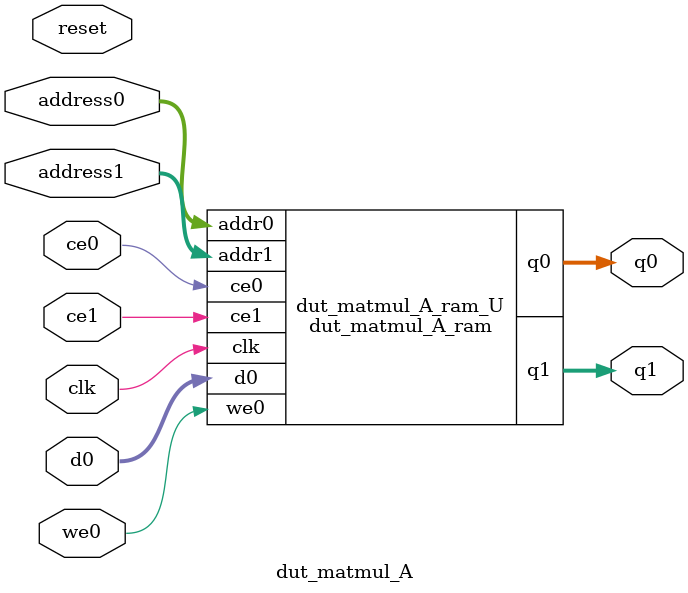
<source format=v>

`timescale 1 ns / 1 ps
module dut_matmul_A_ram (addr0, ce0, d0, we0, q0, addr1, ce1, q1,  clk);

parameter DWIDTH = 32;
parameter AWIDTH = 7;
parameter MEM_SIZE = 100;

input[AWIDTH-1:0] addr0;
input ce0;
input[DWIDTH-1:0] d0;
input we0;
output reg[DWIDTH-1:0] q0;
input[AWIDTH-1:0] addr1;
input ce1;
output reg[DWIDTH-1:0] q1;
input clk;

(* ram_style = "block" *)reg [DWIDTH-1:0] ram[MEM_SIZE-1:0];




always @(posedge clk)  
begin 
    if (ce0) 
    begin
        if (we0) 
        begin 
            ram[addr0] <= d0; 
            q0 <= d0;
        end 
        else 
            q0 <= ram[addr0];
    end
end


always @(posedge clk)  
begin 
    if (ce1) 
    begin
            q1 <= ram[addr1];
    end
end


endmodule


`timescale 1 ns / 1 ps
module dut_matmul_A(
    reset,
    clk,
    address0,
    ce0,
    we0,
    d0,
    q0,
    address1,
    ce1,
    q1);

parameter DataWidth = 32'd32;
parameter AddressRange = 32'd100;
parameter AddressWidth = 32'd7;
input reset;
input clk;
input[AddressWidth - 1:0] address0;
input ce0;
input we0;
input[DataWidth - 1:0] d0;
output[DataWidth - 1:0] q0;
input[AddressWidth - 1:0] address1;
input ce1;
output[DataWidth - 1:0] q1;



dut_matmul_A_ram dut_matmul_A_ram_U(
    .clk( clk ),
    .addr0( address0 ),
    .ce0( ce0 ),
    .d0( d0 ),
    .we0( we0 ),
    .q0( q0 ),
    .addr1( address1 ),
    .ce1( ce1 ),
    .q1( q1 ));

endmodule


</source>
